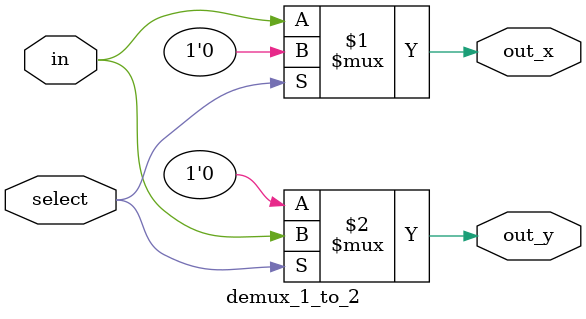
<source format=v>
`ifndef DEMUX_1_TO_2
`define DEMUX_1_TO_2

/**
 * A one hot decoder, one input, two outputs
 * 
 * Ports
 * in : input data
 * select : select bit
 * out_x, out_y : outputs
 *
 * Parameters
 * bits : data width
 */
module demux_1_to_2(in, select, out_x, out_y);
    parameter bits = 1;
    input select;
    input [(bits-1):0] in;
    output [(bits-1):0] out_x;
    output [(bits-1):0] out_y;
    
    // 0 to output to x, 1 to output to y
    assign out_x = select ? {bits{1'b0}} : in;
    assign out_y = select ? in : {bits{1'b0}};
endmodule

`endif

</source>
